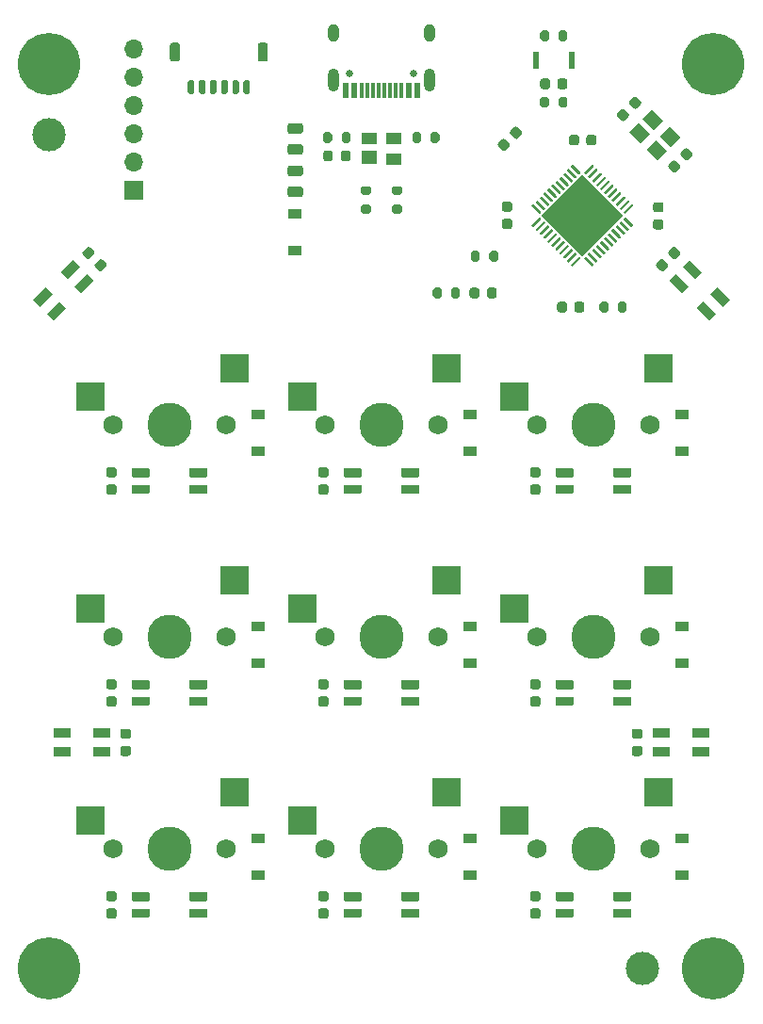
<source format=gbr>
%TF.GenerationSoftware,KiCad,Pcbnew,(5.1.9)-1*%
%TF.CreationDate,2021-04-22T22:31:28+01:00*%
%TF.ProjectId,ai03-macropad-pcb,61693033-2d6d-4616-9372-6f7061642d70,rev?*%
%TF.SameCoordinates,Original*%
%TF.FileFunction,Soldermask,Bot*%
%TF.FilePolarity,Negative*%
%FSLAX46Y46*%
G04 Gerber Fmt 4.6, Leading zero omitted, Abs format (unit mm)*
G04 Created by KiCad (PCBNEW (5.1.9)-1) date 2021-04-22 22:31:28*
%MOMM*%
%LPD*%
G01*
G04 APERTURE LIST*
%ADD10R,2.550000X2.500000*%
%ADD11C,1.750000*%
%ADD12C,3.987800*%
%ADD13C,0.100000*%
%ADD14R,1.600000X0.850000*%
%ADD15C,5.600000*%
%ADD16C,3.000000*%
%ADD17R,0.550000X1.500000*%
%ADD18R,1.700000X1.700000*%
%ADD19O,1.700000X1.700000*%
%ADD20R,1.200000X0.900000*%
%ADD21R,1.400000X1.000000*%
%ADD22R,1.400000X1.200000*%
%ADD23R,0.600000X1.450000*%
%ADD24R,0.300000X1.450000*%
%ADD25C,0.650000*%
%ADD26O,1.000000X2.100000*%
%ADD27O,1.000000X1.600000*%
G04 APERTURE END LIST*
D10*
%TO.C,MX2*%
X53440000Y-150495000D03*
X40540000Y-153035000D03*
D11*
X52705000Y-155575000D03*
X42545000Y-155575000D03*
D12*
X47625000Y-155575000D03*
%TD*%
D13*
%TO.C,U1*%
G36*
X81063795Y-117760750D02*
G01*
X84740750Y-114083795D01*
X88417705Y-117760750D01*
X84740750Y-121437705D01*
X81063795Y-117760750D01*
G37*
G36*
G01*
X80188750Y-118600440D02*
X80860502Y-117928688D01*
G75*
G02*
X80948890Y-117928688I44194J-44194D01*
G01*
X81037278Y-118017076D01*
G75*
G02*
X81037278Y-118105464I-44194J-44194D01*
G01*
X80365526Y-118777216D01*
G75*
G02*
X80277138Y-118777216I-44194J44194D01*
G01*
X80188750Y-118688828D01*
G75*
G02*
X80188750Y-118600440I44194J44194D01*
G01*
G37*
G36*
G01*
X80542304Y-118953993D02*
X81214056Y-118282241D01*
G75*
G02*
X81302444Y-118282241I44194J-44194D01*
G01*
X81390832Y-118370629D01*
G75*
G02*
X81390832Y-118459017I-44194J-44194D01*
G01*
X80719080Y-119130769D01*
G75*
G02*
X80630692Y-119130769I-44194J44194D01*
G01*
X80542304Y-119042381D01*
G75*
G02*
X80542304Y-118953993I44194J44194D01*
G01*
G37*
G36*
G01*
X80895857Y-119307547D02*
X81567609Y-118635795D01*
G75*
G02*
X81655997Y-118635795I44194J-44194D01*
G01*
X81744385Y-118724183D01*
G75*
G02*
X81744385Y-118812571I-44194J-44194D01*
G01*
X81072633Y-119484323D01*
G75*
G02*
X80984245Y-119484323I-44194J44194D01*
G01*
X80895857Y-119395935D01*
G75*
G02*
X80895857Y-119307547I44194J44194D01*
G01*
G37*
G36*
G01*
X81249410Y-119661100D02*
X81921162Y-118989348D01*
G75*
G02*
X82009550Y-118989348I44194J-44194D01*
G01*
X82097938Y-119077736D01*
G75*
G02*
X82097938Y-119166124I-44194J-44194D01*
G01*
X81426186Y-119837876D01*
G75*
G02*
X81337798Y-119837876I-44194J44194D01*
G01*
X81249410Y-119749488D01*
G75*
G02*
X81249410Y-119661100I44194J44194D01*
G01*
G37*
G36*
G01*
X81602964Y-120014653D02*
X82274716Y-119342901D01*
G75*
G02*
X82363104Y-119342901I44194J-44194D01*
G01*
X82451492Y-119431289D01*
G75*
G02*
X82451492Y-119519677I-44194J-44194D01*
G01*
X81779740Y-120191429D01*
G75*
G02*
X81691352Y-120191429I-44194J44194D01*
G01*
X81602964Y-120103041D01*
G75*
G02*
X81602964Y-120014653I44194J44194D01*
G01*
G37*
G36*
G01*
X81956517Y-120368207D02*
X82628269Y-119696455D01*
G75*
G02*
X82716657Y-119696455I44194J-44194D01*
G01*
X82805045Y-119784843D01*
G75*
G02*
X82805045Y-119873231I-44194J-44194D01*
G01*
X82133293Y-120544983D01*
G75*
G02*
X82044905Y-120544983I-44194J44194D01*
G01*
X81956517Y-120456595D01*
G75*
G02*
X81956517Y-120368207I44194J44194D01*
G01*
G37*
G36*
G01*
X82310071Y-120721760D02*
X82981823Y-120050008D01*
G75*
G02*
X83070211Y-120050008I44194J-44194D01*
G01*
X83158599Y-120138396D01*
G75*
G02*
X83158599Y-120226784I-44194J-44194D01*
G01*
X82486847Y-120898536D01*
G75*
G02*
X82398459Y-120898536I-44194J44194D01*
G01*
X82310071Y-120810148D01*
G75*
G02*
X82310071Y-120721760I44194J44194D01*
G01*
G37*
G36*
G01*
X82663624Y-121075314D02*
X83335376Y-120403562D01*
G75*
G02*
X83423764Y-120403562I44194J-44194D01*
G01*
X83512152Y-120491950D01*
G75*
G02*
X83512152Y-120580338I-44194J-44194D01*
G01*
X82840400Y-121252090D01*
G75*
G02*
X82752012Y-121252090I-44194J44194D01*
G01*
X82663624Y-121163702D01*
G75*
G02*
X82663624Y-121075314I44194J44194D01*
G01*
G37*
G36*
G01*
X83017177Y-121428867D02*
X83688929Y-120757115D01*
G75*
G02*
X83777317Y-120757115I44194J-44194D01*
G01*
X83865705Y-120845503D01*
G75*
G02*
X83865705Y-120933891I-44194J-44194D01*
G01*
X83193953Y-121605643D01*
G75*
G02*
X83105565Y-121605643I-44194J44194D01*
G01*
X83017177Y-121517255D01*
G75*
G02*
X83017177Y-121428867I44194J44194D01*
G01*
G37*
G36*
G01*
X83370731Y-121782420D02*
X84042483Y-121110668D01*
G75*
G02*
X84130871Y-121110668I44194J-44194D01*
G01*
X84219259Y-121199056D01*
G75*
G02*
X84219259Y-121287444I-44194J-44194D01*
G01*
X83547507Y-121959196D01*
G75*
G02*
X83459119Y-121959196I-44194J44194D01*
G01*
X83370731Y-121870808D01*
G75*
G02*
X83370731Y-121782420I44194J44194D01*
G01*
G37*
G36*
G01*
X83724284Y-122135974D02*
X84396036Y-121464222D01*
G75*
G02*
X84484424Y-121464222I44194J-44194D01*
G01*
X84572812Y-121552610D01*
G75*
G02*
X84572812Y-121640998I-44194J-44194D01*
G01*
X83901060Y-122312750D01*
G75*
G02*
X83812672Y-122312750I-44194J44194D01*
G01*
X83724284Y-122224362D01*
G75*
G02*
X83724284Y-122135974I44194J44194D01*
G01*
G37*
G36*
G01*
X84908688Y-121552610D02*
X84997076Y-121464222D01*
G75*
G02*
X85085464Y-121464222I44194J-44194D01*
G01*
X85757216Y-122135974D01*
G75*
G02*
X85757216Y-122224362I-44194J-44194D01*
G01*
X85668828Y-122312750D01*
G75*
G02*
X85580440Y-122312750I-44194J44194D01*
G01*
X84908688Y-121640998D01*
G75*
G02*
X84908688Y-121552610I44194J44194D01*
G01*
G37*
G36*
G01*
X85262241Y-121199056D02*
X85350629Y-121110668D01*
G75*
G02*
X85439017Y-121110668I44194J-44194D01*
G01*
X86110769Y-121782420D01*
G75*
G02*
X86110769Y-121870808I-44194J-44194D01*
G01*
X86022381Y-121959196D01*
G75*
G02*
X85933993Y-121959196I-44194J44194D01*
G01*
X85262241Y-121287444D01*
G75*
G02*
X85262241Y-121199056I44194J44194D01*
G01*
G37*
G36*
G01*
X85615795Y-120845503D02*
X85704183Y-120757115D01*
G75*
G02*
X85792571Y-120757115I44194J-44194D01*
G01*
X86464323Y-121428867D01*
G75*
G02*
X86464323Y-121517255I-44194J-44194D01*
G01*
X86375935Y-121605643D01*
G75*
G02*
X86287547Y-121605643I-44194J44194D01*
G01*
X85615795Y-120933891D01*
G75*
G02*
X85615795Y-120845503I44194J44194D01*
G01*
G37*
G36*
G01*
X85969348Y-120491950D02*
X86057736Y-120403562D01*
G75*
G02*
X86146124Y-120403562I44194J-44194D01*
G01*
X86817876Y-121075314D01*
G75*
G02*
X86817876Y-121163702I-44194J-44194D01*
G01*
X86729488Y-121252090D01*
G75*
G02*
X86641100Y-121252090I-44194J44194D01*
G01*
X85969348Y-120580338D01*
G75*
G02*
X85969348Y-120491950I44194J44194D01*
G01*
G37*
G36*
G01*
X86322901Y-120138396D02*
X86411289Y-120050008D01*
G75*
G02*
X86499677Y-120050008I44194J-44194D01*
G01*
X87171429Y-120721760D01*
G75*
G02*
X87171429Y-120810148I-44194J-44194D01*
G01*
X87083041Y-120898536D01*
G75*
G02*
X86994653Y-120898536I-44194J44194D01*
G01*
X86322901Y-120226784D01*
G75*
G02*
X86322901Y-120138396I44194J44194D01*
G01*
G37*
G36*
G01*
X86676455Y-119784843D02*
X86764843Y-119696455D01*
G75*
G02*
X86853231Y-119696455I44194J-44194D01*
G01*
X87524983Y-120368207D01*
G75*
G02*
X87524983Y-120456595I-44194J-44194D01*
G01*
X87436595Y-120544983D01*
G75*
G02*
X87348207Y-120544983I-44194J44194D01*
G01*
X86676455Y-119873231D01*
G75*
G02*
X86676455Y-119784843I44194J44194D01*
G01*
G37*
G36*
G01*
X87030008Y-119431289D02*
X87118396Y-119342901D01*
G75*
G02*
X87206784Y-119342901I44194J-44194D01*
G01*
X87878536Y-120014653D01*
G75*
G02*
X87878536Y-120103041I-44194J-44194D01*
G01*
X87790148Y-120191429D01*
G75*
G02*
X87701760Y-120191429I-44194J44194D01*
G01*
X87030008Y-119519677D01*
G75*
G02*
X87030008Y-119431289I44194J44194D01*
G01*
G37*
G36*
G01*
X87383562Y-119077736D02*
X87471950Y-118989348D01*
G75*
G02*
X87560338Y-118989348I44194J-44194D01*
G01*
X88232090Y-119661100D01*
G75*
G02*
X88232090Y-119749488I-44194J-44194D01*
G01*
X88143702Y-119837876D01*
G75*
G02*
X88055314Y-119837876I-44194J44194D01*
G01*
X87383562Y-119166124D01*
G75*
G02*
X87383562Y-119077736I44194J44194D01*
G01*
G37*
G36*
G01*
X87737115Y-118724183D02*
X87825503Y-118635795D01*
G75*
G02*
X87913891Y-118635795I44194J-44194D01*
G01*
X88585643Y-119307547D01*
G75*
G02*
X88585643Y-119395935I-44194J-44194D01*
G01*
X88497255Y-119484323D01*
G75*
G02*
X88408867Y-119484323I-44194J44194D01*
G01*
X87737115Y-118812571D01*
G75*
G02*
X87737115Y-118724183I44194J44194D01*
G01*
G37*
G36*
G01*
X88090668Y-118370629D02*
X88179056Y-118282241D01*
G75*
G02*
X88267444Y-118282241I44194J-44194D01*
G01*
X88939196Y-118953993D01*
G75*
G02*
X88939196Y-119042381I-44194J-44194D01*
G01*
X88850808Y-119130769D01*
G75*
G02*
X88762420Y-119130769I-44194J44194D01*
G01*
X88090668Y-118459017D01*
G75*
G02*
X88090668Y-118370629I44194J44194D01*
G01*
G37*
G36*
G01*
X88444222Y-118017076D02*
X88532610Y-117928688D01*
G75*
G02*
X88620998Y-117928688I44194J-44194D01*
G01*
X89292750Y-118600440D01*
G75*
G02*
X89292750Y-118688828I-44194J-44194D01*
G01*
X89204362Y-118777216D01*
G75*
G02*
X89115974Y-118777216I-44194J44194D01*
G01*
X88444222Y-118105464D01*
G75*
G02*
X88444222Y-118017076I44194J44194D01*
G01*
G37*
G36*
G01*
X88444222Y-117416036D02*
X89115974Y-116744284D01*
G75*
G02*
X89204362Y-116744284I44194J-44194D01*
G01*
X89292750Y-116832672D01*
G75*
G02*
X89292750Y-116921060I-44194J-44194D01*
G01*
X88620998Y-117592812D01*
G75*
G02*
X88532610Y-117592812I-44194J44194D01*
G01*
X88444222Y-117504424D01*
G75*
G02*
X88444222Y-117416036I44194J44194D01*
G01*
G37*
G36*
G01*
X88090668Y-117062483D02*
X88762420Y-116390731D01*
G75*
G02*
X88850808Y-116390731I44194J-44194D01*
G01*
X88939196Y-116479119D01*
G75*
G02*
X88939196Y-116567507I-44194J-44194D01*
G01*
X88267444Y-117239259D01*
G75*
G02*
X88179056Y-117239259I-44194J44194D01*
G01*
X88090668Y-117150871D01*
G75*
G02*
X88090668Y-117062483I44194J44194D01*
G01*
G37*
G36*
G01*
X87737115Y-116708929D02*
X88408867Y-116037177D01*
G75*
G02*
X88497255Y-116037177I44194J-44194D01*
G01*
X88585643Y-116125565D01*
G75*
G02*
X88585643Y-116213953I-44194J-44194D01*
G01*
X87913891Y-116885705D01*
G75*
G02*
X87825503Y-116885705I-44194J44194D01*
G01*
X87737115Y-116797317D01*
G75*
G02*
X87737115Y-116708929I44194J44194D01*
G01*
G37*
G36*
G01*
X87383562Y-116355376D02*
X88055314Y-115683624D01*
G75*
G02*
X88143702Y-115683624I44194J-44194D01*
G01*
X88232090Y-115772012D01*
G75*
G02*
X88232090Y-115860400I-44194J-44194D01*
G01*
X87560338Y-116532152D01*
G75*
G02*
X87471950Y-116532152I-44194J44194D01*
G01*
X87383562Y-116443764D01*
G75*
G02*
X87383562Y-116355376I44194J44194D01*
G01*
G37*
G36*
G01*
X87030008Y-116001823D02*
X87701760Y-115330071D01*
G75*
G02*
X87790148Y-115330071I44194J-44194D01*
G01*
X87878536Y-115418459D01*
G75*
G02*
X87878536Y-115506847I-44194J-44194D01*
G01*
X87206784Y-116178599D01*
G75*
G02*
X87118396Y-116178599I-44194J44194D01*
G01*
X87030008Y-116090211D01*
G75*
G02*
X87030008Y-116001823I44194J44194D01*
G01*
G37*
G36*
G01*
X86676455Y-115648269D02*
X87348207Y-114976517D01*
G75*
G02*
X87436595Y-114976517I44194J-44194D01*
G01*
X87524983Y-115064905D01*
G75*
G02*
X87524983Y-115153293I-44194J-44194D01*
G01*
X86853231Y-115825045D01*
G75*
G02*
X86764843Y-115825045I-44194J44194D01*
G01*
X86676455Y-115736657D01*
G75*
G02*
X86676455Y-115648269I44194J44194D01*
G01*
G37*
G36*
G01*
X86322901Y-115294716D02*
X86994653Y-114622964D01*
G75*
G02*
X87083041Y-114622964I44194J-44194D01*
G01*
X87171429Y-114711352D01*
G75*
G02*
X87171429Y-114799740I-44194J-44194D01*
G01*
X86499677Y-115471492D01*
G75*
G02*
X86411289Y-115471492I-44194J44194D01*
G01*
X86322901Y-115383104D01*
G75*
G02*
X86322901Y-115294716I44194J44194D01*
G01*
G37*
G36*
G01*
X85969348Y-114941162D02*
X86641100Y-114269410D01*
G75*
G02*
X86729488Y-114269410I44194J-44194D01*
G01*
X86817876Y-114357798D01*
G75*
G02*
X86817876Y-114446186I-44194J-44194D01*
G01*
X86146124Y-115117938D01*
G75*
G02*
X86057736Y-115117938I-44194J44194D01*
G01*
X85969348Y-115029550D01*
G75*
G02*
X85969348Y-114941162I44194J44194D01*
G01*
G37*
G36*
G01*
X85615795Y-114587609D02*
X86287547Y-113915857D01*
G75*
G02*
X86375935Y-113915857I44194J-44194D01*
G01*
X86464323Y-114004245D01*
G75*
G02*
X86464323Y-114092633I-44194J-44194D01*
G01*
X85792571Y-114764385D01*
G75*
G02*
X85704183Y-114764385I-44194J44194D01*
G01*
X85615795Y-114675997D01*
G75*
G02*
X85615795Y-114587609I44194J44194D01*
G01*
G37*
G36*
G01*
X85262241Y-114234056D02*
X85933993Y-113562304D01*
G75*
G02*
X86022381Y-113562304I44194J-44194D01*
G01*
X86110769Y-113650692D01*
G75*
G02*
X86110769Y-113739080I-44194J-44194D01*
G01*
X85439017Y-114410832D01*
G75*
G02*
X85350629Y-114410832I-44194J44194D01*
G01*
X85262241Y-114322444D01*
G75*
G02*
X85262241Y-114234056I44194J44194D01*
G01*
G37*
G36*
G01*
X84908688Y-113880502D02*
X85580440Y-113208750D01*
G75*
G02*
X85668828Y-113208750I44194J-44194D01*
G01*
X85757216Y-113297138D01*
G75*
G02*
X85757216Y-113385526I-44194J-44194D01*
G01*
X85085464Y-114057278D01*
G75*
G02*
X84997076Y-114057278I-44194J44194D01*
G01*
X84908688Y-113968890D01*
G75*
G02*
X84908688Y-113880502I44194J44194D01*
G01*
G37*
G36*
G01*
X83724284Y-113297138D02*
X83812672Y-113208750D01*
G75*
G02*
X83901060Y-113208750I44194J-44194D01*
G01*
X84572812Y-113880502D01*
G75*
G02*
X84572812Y-113968890I-44194J-44194D01*
G01*
X84484424Y-114057278D01*
G75*
G02*
X84396036Y-114057278I-44194J44194D01*
G01*
X83724284Y-113385526D01*
G75*
G02*
X83724284Y-113297138I44194J44194D01*
G01*
G37*
G36*
G01*
X83370731Y-113650692D02*
X83459119Y-113562304D01*
G75*
G02*
X83547507Y-113562304I44194J-44194D01*
G01*
X84219259Y-114234056D01*
G75*
G02*
X84219259Y-114322444I-44194J-44194D01*
G01*
X84130871Y-114410832D01*
G75*
G02*
X84042483Y-114410832I-44194J44194D01*
G01*
X83370731Y-113739080D01*
G75*
G02*
X83370731Y-113650692I44194J44194D01*
G01*
G37*
G36*
G01*
X83017177Y-114004245D02*
X83105565Y-113915857D01*
G75*
G02*
X83193953Y-113915857I44194J-44194D01*
G01*
X83865705Y-114587609D01*
G75*
G02*
X83865705Y-114675997I-44194J-44194D01*
G01*
X83777317Y-114764385D01*
G75*
G02*
X83688929Y-114764385I-44194J44194D01*
G01*
X83017177Y-114092633D01*
G75*
G02*
X83017177Y-114004245I44194J44194D01*
G01*
G37*
G36*
G01*
X82663624Y-114357798D02*
X82752012Y-114269410D01*
G75*
G02*
X82840400Y-114269410I44194J-44194D01*
G01*
X83512152Y-114941162D01*
G75*
G02*
X83512152Y-115029550I-44194J-44194D01*
G01*
X83423764Y-115117938D01*
G75*
G02*
X83335376Y-115117938I-44194J44194D01*
G01*
X82663624Y-114446186D01*
G75*
G02*
X82663624Y-114357798I44194J44194D01*
G01*
G37*
G36*
G01*
X82310071Y-114711352D02*
X82398459Y-114622964D01*
G75*
G02*
X82486847Y-114622964I44194J-44194D01*
G01*
X83158599Y-115294716D01*
G75*
G02*
X83158599Y-115383104I-44194J-44194D01*
G01*
X83070211Y-115471492D01*
G75*
G02*
X82981823Y-115471492I-44194J44194D01*
G01*
X82310071Y-114799740D01*
G75*
G02*
X82310071Y-114711352I44194J44194D01*
G01*
G37*
G36*
G01*
X81956517Y-115064905D02*
X82044905Y-114976517D01*
G75*
G02*
X82133293Y-114976517I44194J-44194D01*
G01*
X82805045Y-115648269D01*
G75*
G02*
X82805045Y-115736657I-44194J-44194D01*
G01*
X82716657Y-115825045D01*
G75*
G02*
X82628269Y-115825045I-44194J44194D01*
G01*
X81956517Y-115153293D01*
G75*
G02*
X81956517Y-115064905I44194J44194D01*
G01*
G37*
G36*
G01*
X81602964Y-115418459D02*
X81691352Y-115330071D01*
G75*
G02*
X81779740Y-115330071I44194J-44194D01*
G01*
X82451492Y-116001823D01*
G75*
G02*
X82451492Y-116090211I-44194J-44194D01*
G01*
X82363104Y-116178599D01*
G75*
G02*
X82274716Y-116178599I-44194J44194D01*
G01*
X81602964Y-115506847D01*
G75*
G02*
X81602964Y-115418459I44194J44194D01*
G01*
G37*
G36*
G01*
X81249410Y-115772012D02*
X81337798Y-115683624D01*
G75*
G02*
X81426186Y-115683624I44194J-44194D01*
G01*
X82097938Y-116355376D01*
G75*
G02*
X82097938Y-116443764I-44194J-44194D01*
G01*
X82009550Y-116532152D01*
G75*
G02*
X81921162Y-116532152I-44194J44194D01*
G01*
X81249410Y-115860400D01*
G75*
G02*
X81249410Y-115772012I44194J44194D01*
G01*
G37*
G36*
G01*
X80895857Y-116125565D02*
X80984245Y-116037177D01*
G75*
G02*
X81072633Y-116037177I44194J-44194D01*
G01*
X81744385Y-116708929D01*
G75*
G02*
X81744385Y-116797317I-44194J-44194D01*
G01*
X81655997Y-116885705D01*
G75*
G02*
X81567609Y-116885705I-44194J44194D01*
G01*
X80895857Y-116213953D01*
G75*
G02*
X80895857Y-116125565I44194J44194D01*
G01*
G37*
G36*
G01*
X80542304Y-116479119D02*
X80630692Y-116390731D01*
G75*
G02*
X80719080Y-116390731I44194J-44194D01*
G01*
X81390832Y-117062483D01*
G75*
G02*
X81390832Y-117150871I-44194J-44194D01*
G01*
X81302444Y-117239259D01*
G75*
G02*
X81214056Y-117239259I-44194J44194D01*
G01*
X80542304Y-116567507D01*
G75*
G02*
X80542304Y-116479119I44194J44194D01*
G01*
G37*
G36*
G01*
X80188750Y-116832672D02*
X80277138Y-116744284D01*
G75*
G02*
X80365526Y-116744284I44194J-44194D01*
G01*
X81037278Y-117416036D01*
G75*
G02*
X81037278Y-117504424I-44194J-44194D01*
G01*
X80948890Y-117592812D01*
G75*
G02*
X80860502Y-117592812I-44194J44194D01*
G01*
X80188750Y-116921060D01*
G75*
G02*
X80188750Y-116832672I44194J44194D01*
G01*
G37*
%TD*%
D14*
%TO.C,D24*%
X91849000Y-165975000D03*
X91849000Y-164225000D03*
X95349000Y-165975000D03*
X95349000Y-164225000D03*
%TD*%
D13*
%TO.C,D23*%
G36*
X92527639Y-123576117D02*
G01*
X93128680Y-122975076D01*
X94260051Y-124106447D01*
X93659010Y-124707488D01*
X92527639Y-123576117D01*
G37*
G36*
X93765076Y-122338680D02*
G01*
X94366117Y-121737639D01*
X95497488Y-122869010D01*
X94896447Y-123470051D01*
X93765076Y-122338680D01*
G37*
G36*
X95002512Y-126050990D02*
G01*
X95603553Y-125449949D01*
X96734924Y-126581320D01*
X96133883Y-127182361D01*
X95002512Y-126050990D01*
G37*
G36*
X96239949Y-124813553D02*
G01*
X96840990Y-124212512D01*
X97972361Y-125343883D01*
X97371320Y-125944924D01*
X96239949Y-124813553D01*
G37*
%TD*%
%TO.C,D21*%
G36*
X38983883Y-121737639D02*
G01*
X39584924Y-122338680D01*
X38453553Y-123470051D01*
X37852512Y-122869010D01*
X38983883Y-121737639D01*
G37*
G36*
X40221320Y-122975076D02*
G01*
X40822361Y-123576117D01*
X39690990Y-124707488D01*
X39089949Y-124106447D01*
X40221320Y-122975076D01*
G37*
G36*
X36509010Y-124212512D02*
G01*
X37110051Y-124813553D01*
X35978680Y-125944924D01*
X35377639Y-125343883D01*
X36509010Y-124212512D01*
G37*
G36*
X37746447Y-125449949D02*
G01*
X38347488Y-126050990D01*
X37216117Y-127182361D01*
X36615076Y-126581320D01*
X37746447Y-125449949D01*
G37*
%TD*%
D14*
%TO.C,D22*%
X41501000Y-164225000D03*
X41501000Y-165975000D03*
X38001000Y-164225000D03*
X38001000Y-165975000D03*
%TD*%
D10*
%TO.C,MX1*%
X53440000Y-131445000D03*
X40540000Y-133985000D03*
D11*
X52705000Y-136525000D03*
X42545000Y-136525000D03*
D12*
X47625000Y-136525000D03*
%TD*%
D10*
%TO.C,MX9*%
X91540000Y-169545000D03*
X78640000Y-172085000D03*
D11*
X90805000Y-174625000D03*
X80645000Y-174625000D03*
D12*
X85725000Y-174625000D03*
%TD*%
D10*
%TO.C,MX6*%
X72490000Y-169545000D03*
X59590000Y-172085000D03*
D11*
X71755000Y-174625000D03*
X61595000Y-174625000D03*
D12*
X66675000Y-174625000D03*
%TD*%
D10*
%TO.C,MX8*%
X91540000Y-150495000D03*
X78640000Y-153035000D03*
D11*
X90805000Y-155575000D03*
X80645000Y-155575000D03*
D12*
X85725000Y-155575000D03*
%TD*%
D10*
%TO.C,MX4*%
X72490000Y-131445000D03*
X59590000Y-133985000D03*
D11*
X71755000Y-136525000D03*
X61595000Y-136525000D03*
D12*
X66675000Y-136525000D03*
%TD*%
D10*
%TO.C,MX7*%
X91540000Y-131445000D03*
X78640000Y-133985000D03*
D11*
X90805000Y-136525000D03*
X80645000Y-136525000D03*
D12*
X85725000Y-136525000D03*
%TD*%
D10*
%TO.C,MX5*%
X72490000Y-150495000D03*
X59590000Y-153035000D03*
D11*
X71755000Y-155575000D03*
X61595000Y-155575000D03*
D12*
X66675000Y-155575000D03*
%TD*%
D10*
%TO.C,MX3*%
X53440000Y-169545000D03*
X40540000Y-172085000D03*
D11*
X52705000Y-174625000D03*
X42545000Y-174625000D03*
D12*
X47625000Y-174625000D03*
%TD*%
D15*
%TO.C,H4*%
X96520000Y-185420000D03*
%TD*%
%TO.C,H3*%
X96520000Y-104140000D03*
%TD*%
%TO.C,H2*%
X36830000Y-185420000D03*
%TD*%
%TO.C,H1*%
X36830000Y-104140000D03*
%TD*%
D16*
%TO.C,REF\u002A\u002A*%
X90170000Y-185420000D03*
%TD*%
%TO.C,REF\u002A\u002A*%
X36830000Y-110490000D03*
%TD*%
%TO.C,C14*%
G36*
G01*
X82494000Y-106168000D02*
X82494000Y-105668000D01*
G75*
G02*
X82719000Y-105443000I225000J0D01*
G01*
X83169000Y-105443000D01*
G75*
G02*
X83394000Y-105668000I0J-225000D01*
G01*
X83394000Y-106168000D01*
G75*
G02*
X83169000Y-106393000I-225000J0D01*
G01*
X82719000Y-106393000D01*
G75*
G02*
X82494000Y-106168000I0J225000D01*
G01*
G37*
G36*
G01*
X80944000Y-106168000D02*
X80944000Y-105668000D01*
G75*
G02*
X81169000Y-105443000I225000J0D01*
G01*
X81619000Y-105443000D01*
G75*
G02*
X81844000Y-105668000I0J-225000D01*
G01*
X81844000Y-106168000D01*
G75*
G02*
X81619000Y-106393000I-225000J0D01*
G01*
X81169000Y-106393000D01*
G75*
G02*
X80944000Y-106168000I0J225000D01*
G01*
G37*
%TD*%
D17*
%TO.C,SW1*%
X80544000Y-103759000D03*
X83794000Y-103759000D03*
%TD*%
D18*
%TO.C,J2*%
X44450000Y-115443000D03*
D19*
X44450000Y-112903000D03*
X44450000Y-110363000D03*
X44450000Y-107823000D03*
X44450000Y-105283000D03*
X44450000Y-102743000D03*
%TD*%
%TO.C,D25*%
G36*
G01*
X76169000Y-124970250D02*
X76169000Y-124457750D01*
G75*
G02*
X76387750Y-124239000I218750J0D01*
G01*
X76825250Y-124239000D01*
G75*
G02*
X77044000Y-124457750I0J-218750D01*
G01*
X77044000Y-124970250D01*
G75*
G02*
X76825250Y-125189000I-218750J0D01*
G01*
X76387750Y-125189000D01*
G75*
G02*
X76169000Y-124970250I0J218750D01*
G01*
G37*
G36*
G01*
X74594000Y-124970250D02*
X74594000Y-124457750D01*
G75*
G02*
X74812750Y-124239000I218750J0D01*
G01*
X75250250Y-124239000D01*
G75*
G02*
X75469000Y-124457750I0J-218750D01*
G01*
X75469000Y-124970250D01*
G75*
G02*
X75250250Y-125189000I-218750J0D01*
G01*
X74812750Y-125189000D01*
G75*
G02*
X74594000Y-124970250I0J218750D01*
G01*
G37*
%TD*%
%TO.C,R9*%
G36*
G01*
X72942000Y-124989000D02*
X72942000Y-124439000D01*
G75*
G02*
X73142000Y-124239000I200000J0D01*
G01*
X73542000Y-124239000D01*
G75*
G02*
X73742000Y-124439000I0J-200000D01*
G01*
X73742000Y-124989000D01*
G75*
G02*
X73542000Y-125189000I-200000J0D01*
G01*
X73142000Y-125189000D01*
G75*
G02*
X72942000Y-124989000I0J200000D01*
G01*
G37*
G36*
G01*
X71292000Y-124989000D02*
X71292000Y-124439000D01*
G75*
G02*
X71492000Y-124239000I200000J0D01*
G01*
X71892000Y-124239000D01*
G75*
G02*
X72092000Y-124439000I0J-200000D01*
G01*
X72092000Y-124989000D01*
G75*
G02*
X71892000Y-125189000I-200000J0D01*
G01*
X71492000Y-125189000D01*
G75*
G02*
X71292000Y-124989000I0J200000D01*
G01*
G37*
%TD*%
D20*
%TO.C,D4*%
X58928000Y-117603000D03*
X58928000Y-120903000D03*
%TD*%
%TO.C,C10*%
G36*
G01*
X40947033Y-122072587D02*
X41300587Y-121719033D01*
G75*
G02*
X41618785Y-121719033I159099J-159099D01*
G01*
X41936983Y-122037231D01*
G75*
G02*
X41936983Y-122355429I-159099J-159099D01*
G01*
X41583429Y-122708983D01*
G75*
G02*
X41265231Y-122708983I-159099J159099D01*
G01*
X40947033Y-122390785D01*
G75*
G02*
X40947033Y-122072587I159099J159099D01*
G01*
G37*
G36*
G01*
X39851017Y-120976571D02*
X40204571Y-120623017D01*
G75*
G02*
X40522769Y-120623017I159099J-159099D01*
G01*
X40840967Y-120941215D01*
G75*
G02*
X40840967Y-121259413I-159099J-159099D01*
G01*
X40487413Y-121612967D01*
G75*
G02*
X40169215Y-121612967I-159099J159099D01*
G01*
X39851017Y-121294769D01*
G75*
G02*
X39851017Y-120976571I159099J159099D01*
G01*
G37*
%TD*%
%TO.C,C21*%
G36*
G01*
X84018000Y-126234000D02*
X84018000Y-125734000D01*
G75*
G02*
X84243000Y-125509000I225000J0D01*
G01*
X84693000Y-125509000D01*
G75*
G02*
X84918000Y-125734000I0J-225000D01*
G01*
X84918000Y-126234000D01*
G75*
G02*
X84693000Y-126459000I-225000J0D01*
G01*
X84243000Y-126459000D01*
G75*
G02*
X84018000Y-126234000I0J225000D01*
G01*
G37*
G36*
G01*
X82468000Y-126234000D02*
X82468000Y-125734000D01*
G75*
G02*
X82693000Y-125509000I225000J0D01*
G01*
X83143000Y-125509000D01*
G75*
G02*
X83368000Y-125734000I0J-225000D01*
G01*
X83368000Y-126234000D01*
G75*
G02*
X83143000Y-126459000I-225000J0D01*
G01*
X82693000Y-126459000D01*
G75*
G02*
X82468000Y-126234000I0J225000D01*
G01*
G37*
%TD*%
%TO.C,R7*%
G36*
G01*
X87928000Y-126259000D02*
X87928000Y-125709000D01*
G75*
G02*
X88128000Y-125509000I200000J0D01*
G01*
X88528000Y-125509000D01*
G75*
G02*
X88728000Y-125709000I0J-200000D01*
G01*
X88728000Y-126259000D01*
G75*
G02*
X88528000Y-126459000I-200000J0D01*
G01*
X88128000Y-126459000D01*
G75*
G02*
X87928000Y-126259000I0J200000D01*
G01*
G37*
G36*
G01*
X86278000Y-126259000D02*
X86278000Y-125709000D01*
G75*
G02*
X86478000Y-125509000I200000J0D01*
G01*
X86878000Y-125509000D01*
G75*
G02*
X87078000Y-125709000I0J-200000D01*
G01*
X87078000Y-126259000D01*
G75*
G02*
X86878000Y-126459000I-200000J0D01*
G01*
X86478000Y-126459000D01*
G75*
G02*
X86278000Y-126259000I0J200000D01*
G01*
G37*
%TD*%
%TO.C,C15*%
G36*
G01*
X91817000Y-117448750D02*
X91317000Y-117448750D01*
G75*
G02*
X91092000Y-117223750I0J225000D01*
G01*
X91092000Y-116773750D01*
G75*
G02*
X91317000Y-116548750I225000J0D01*
G01*
X91817000Y-116548750D01*
G75*
G02*
X92042000Y-116773750I0J-225000D01*
G01*
X92042000Y-117223750D01*
G75*
G02*
X91817000Y-117448750I-225000J0D01*
G01*
G37*
G36*
G01*
X91817000Y-118998750D02*
X91317000Y-118998750D01*
G75*
G02*
X91092000Y-118773750I0J225000D01*
G01*
X91092000Y-118323750D01*
G75*
G02*
X91317000Y-118098750I225000J0D01*
G01*
X91817000Y-118098750D01*
G75*
G02*
X92042000Y-118323750I0J-225000D01*
G01*
X92042000Y-118773750D01*
G75*
G02*
X91817000Y-118998750I-225000J0D01*
G01*
G37*
%TD*%
%TO.C,J1*%
G36*
G01*
X55570000Y-103696000D02*
X55570000Y-102446000D01*
G75*
G02*
X55795000Y-102221000I225000J0D01*
G01*
X56245000Y-102221000D01*
G75*
G02*
X56470000Y-102446000I0J-225000D01*
G01*
X56470000Y-103696000D01*
G75*
G02*
X56245000Y-103921000I-225000J0D01*
G01*
X55795000Y-103921000D01*
G75*
G02*
X55570000Y-103696000I0J225000D01*
G01*
G37*
G36*
G01*
X47670000Y-103696000D02*
X47670000Y-102446000D01*
G75*
G02*
X47895000Y-102221000I225000J0D01*
G01*
X48345000Y-102221000D01*
G75*
G02*
X48570000Y-102446000I0J-225000D01*
G01*
X48570000Y-103696000D01*
G75*
G02*
X48345000Y-103921000I-225000J0D01*
G01*
X47895000Y-103921000D01*
G75*
G02*
X47670000Y-103696000I0J225000D01*
G01*
G37*
G36*
G01*
X54270000Y-106671000D02*
X54270000Y-105721000D01*
G75*
G02*
X54420000Y-105571000I150000J0D01*
G01*
X54720000Y-105571000D01*
G75*
G02*
X54870000Y-105721000I0J-150000D01*
G01*
X54870000Y-106671000D01*
G75*
G02*
X54720000Y-106821000I-150000J0D01*
G01*
X54420000Y-106821000D01*
G75*
G02*
X54270000Y-106671000I0J150000D01*
G01*
G37*
G36*
G01*
X53270000Y-106671000D02*
X53270000Y-105721000D01*
G75*
G02*
X53420000Y-105571000I150000J0D01*
G01*
X53720000Y-105571000D01*
G75*
G02*
X53870000Y-105721000I0J-150000D01*
G01*
X53870000Y-106671000D01*
G75*
G02*
X53720000Y-106821000I-150000J0D01*
G01*
X53420000Y-106821000D01*
G75*
G02*
X53270000Y-106671000I0J150000D01*
G01*
G37*
G36*
G01*
X52270000Y-106671000D02*
X52270000Y-105721000D01*
G75*
G02*
X52420000Y-105571000I150000J0D01*
G01*
X52720000Y-105571000D01*
G75*
G02*
X52870000Y-105721000I0J-150000D01*
G01*
X52870000Y-106671000D01*
G75*
G02*
X52720000Y-106821000I-150000J0D01*
G01*
X52420000Y-106821000D01*
G75*
G02*
X52270000Y-106671000I0J150000D01*
G01*
G37*
G36*
G01*
X51270000Y-106671000D02*
X51270000Y-105721000D01*
G75*
G02*
X51420000Y-105571000I150000J0D01*
G01*
X51720000Y-105571000D01*
G75*
G02*
X51870000Y-105721000I0J-150000D01*
G01*
X51870000Y-106671000D01*
G75*
G02*
X51720000Y-106821000I-150000J0D01*
G01*
X51420000Y-106821000D01*
G75*
G02*
X51270000Y-106671000I0J150000D01*
G01*
G37*
G36*
G01*
X50270000Y-106671000D02*
X50270000Y-105721000D01*
G75*
G02*
X50420000Y-105571000I150000J0D01*
G01*
X50720000Y-105571000D01*
G75*
G02*
X50870000Y-105721000I0J-150000D01*
G01*
X50870000Y-106671000D01*
G75*
G02*
X50720000Y-106821000I-150000J0D01*
G01*
X50420000Y-106821000D01*
G75*
G02*
X50270000Y-106671000I0J150000D01*
G01*
G37*
G36*
G01*
X49270000Y-106671000D02*
X49270000Y-105721000D01*
G75*
G02*
X49420000Y-105571000I150000J0D01*
G01*
X49720000Y-105571000D01*
G75*
G02*
X49870000Y-105721000I0J-150000D01*
G01*
X49870000Y-106671000D01*
G75*
G02*
X49720000Y-106821000I-150000J0D01*
G01*
X49420000Y-106821000D01*
G75*
G02*
X49270000Y-106671000I0J150000D01*
G01*
G37*
%TD*%
%TO.C,C12*%
G36*
G01*
X92862587Y-121612967D02*
X92509033Y-121259413D01*
G75*
G02*
X92509033Y-120941215I159099J159099D01*
G01*
X92827231Y-120623017D01*
G75*
G02*
X93145429Y-120623017I159099J-159099D01*
G01*
X93498983Y-120976571D01*
G75*
G02*
X93498983Y-121294769I-159099J-159099D01*
G01*
X93180785Y-121612967D01*
G75*
G02*
X92862587Y-121612967I-159099J159099D01*
G01*
G37*
G36*
G01*
X91766571Y-122708983D02*
X91413017Y-122355429D01*
G75*
G02*
X91413017Y-122037231I159099J159099D01*
G01*
X91731215Y-121719033D01*
G75*
G02*
X92049413Y-121719033I159099J-159099D01*
G01*
X92402967Y-122072587D01*
G75*
G02*
X92402967Y-122390785I-159099J-159099D01*
G01*
X92084769Y-122708983D01*
G75*
G02*
X91766571Y-122708983I-159099J159099D01*
G01*
G37*
%TD*%
%TO.C,D8*%
X93662500Y-135668750D03*
X93662500Y-138968750D03*
%TD*%
%TO.C,D11*%
G36*
G01*
X49507000Y-141944999D02*
X50943000Y-141944999D01*
G75*
G02*
X51025000Y-142026999I0J-82000D01*
G01*
X51025000Y-142682999D01*
G75*
G02*
X50943000Y-142764999I-82000J0D01*
G01*
X49507000Y-142764999D01*
G75*
G02*
X49425000Y-142682999I0J82000D01*
G01*
X49425000Y-142026999D01*
G75*
G02*
X49507000Y-141944999I82000J0D01*
G01*
G37*
G36*
G01*
X49507000Y-140444999D02*
X50943000Y-140444999D01*
G75*
G02*
X51025000Y-140526999I0J-82000D01*
G01*
X51025000Y-141182999D01*
G75*
G02*
X50943000Y-141264999I-82000J0D01*
G01*
X49507000Y-141264999D01*
G75*
G02*
X49425000Y-141182999I0J82000D01*
G01*
X49425000Y-140526999D01*
G75*
G02*
X49507000Y-140444999I82000J0D01*
G01*
G37*
G36*
G01*
X44307000Y-141944999D02*
X45743000Y-141944999D01*
G75*
G02*
X45825000Y-142026999I0J-82000D01*
G01*
X45825000Y-142682999D01*
G75*
G02*
X45743000Y-142764999I-82000J0D01*
G01*
X44307000Y-142764999D01*
G75*
G02*
X44225000Y-142682999I0J82000D01*
G01*
X44225000Y-142026999D01*
G75*
G02*
X44307000Y-141944999I82000J0D01*
G01*
G37*
G36*
G01*
X44307000Y-140444999D02*
X45743000Y-140444999D01*
G75*
G02*
X45825000Y-140526999I0J-82000D01*
G01*
X45825000Y-141182999D01*
G75*
G02*
X45743000Y-141264999I-82000J0D01*
G01*
X44307000Y-141264999D01*
G75*
G02*
X44225000Y-141182999I0J82000D01*
G01*
X44225000Y-140526999D01*
G75*
G02*
X44307000Y-140444999I82000J0D01*
G01*
G37*
%TD*%
%TO.C,F1*%
G36*
G01*
X59384250Y-110421000D02*
X58471750Y-110421000D01*
G75*
G02*
X58228000Y-110177250I0J243750D01*
G01*
X58228000Y-109689750D01*
G75*
G02*
X58471750Y-109446000I243750J0D01*
G01*
X59384250Y-109446000D01*
G75*
G02*
X59628000Y-109689750I0J-243750D01*
G01*
X59628000Y-110177250D01*
G75*
G02*
X59384250Y-110421000I-243750J0D01*
G01*
G37*
G36*
G01*
X59384250Y-112296000D02*
X58471750Y-112296000D01*
G75*
G02*
X58228000Y-112052250I0J243750D01*
G01*
X58228000Y-111564750D01*
G75*
G02*
X58471750Y-111321000I243750J0D01*
G01*
X59384250Y-111321000D01*
G75*
G02*
X59628000Y-111564750I0J-243750D01*
G01*
X59628000Y-112052250D01*
G75*
G02*
X59384250Y-112296000I-243750J0D01*
G01*
G37*
%TD*%
D21*
%TO.C,D14*%
X67775000Y-112710000D03*
X67775000Y-110810000D03*
X65575000Y-110810000D03*
D22*
X65575000Y-112530000D03*
%TD*%
D23*
%TO.C,USB1*%
X69900000Y-106469250D03*
X63450000Y-106469250D03*
X69125000Y-106469250D03*
X64225000Y-106469250D03*
D24*
X64925000Y-106469250D03*
X68425000Y-106469250D03*
X65425000Y-106469250D03*
X67925000Y-106469250D03*
X65925000Y-106469250D03*
X67425000Y-106469250D03*
X66925000Y-106469250D03*
X66425000Y-106469250D03*
D25*
X69565000Y-105024250D03*
X63785000Y-105024250D03*
D26*
X62355000Y-105554250D03*
X70995000Y-105554250D03*
D27*
X62355000Y-101374250D03*
X70995000Y-101374250D03*
%TD*%
%TO.C,D15*%
G36*
G01*
X68557000Y-141944999D02*
X69993000Y-141944999D01*
G75*
G02*
X70075000Y-142026999I0J-82000D01*
G01*
X70075000Y-142682999D01*
G75*
G02*
X69993000Y-142764999I-82000J0D01*
G01*
X68557000Y-142764999D01*
G75*
G02*
X68475000Y-142682999I0J82000D01*
G01*
X68475000Y-142026999D01*
G75*
G02*
X68557000Y-141944999I82000J0D01*
G01*
G37*
G36*
G01*
X68557000Y-140444999D02*
X69993000Y-140444999D01*
G75*
G02*
X70075000Y-140526999I0J-82000D01*
G01*
X70075000Y-141182999D01*
G75*
G02*
X69993000Y-141264999I-82000J0D01*
G01*
X68557000Y-141264999D01*
G75*
G02*
X68475000Y-141182999I0J82000D01*
G01*
X68475000Y-140526999D01*
G75*
G02*
X68557000Y-140444999I82000J0D01*
G01*
G37*
G36*
G01*
X63357000Y-141944999D02*
X64793000Y-141944999D01*
G75*
G02*
X64875000Y-142026999I0J-82000D01*
G01*
X64875000Y-142682999D01*
G75*
G02*
X64793000Y-142764999I-82000J0D01*
G01*
X63357000Y-142764999D01*
G75*
G02*
X63275000Y-142682999I0J82000D01*
G01*
X63275000Y-142026999D01*
G75*
G02*
X63357000Y-141944999I82000J0D01*
G01*
G37*
G36*
G01*
X63357000Y-140444999D02*
X64793000Y-140444999D01*
G75*
G02*
X64875000Y-140526999I0J-82000D01*
G01*
X64875000Y-141182999D01*
G75*
G02*
X64793000Y-141264999I-82000J0D01*
G01*
X63357000Y-141264999D01*
G75*
G02*
X63275000Y-141182999I0J82000D01*
G01*
X63275000Y-140526999D01*
G75*
G02*
X63357000Y-140444999I82000J0D01*
G01*
G37*
%TD*%
%TO.C,C7*%
G36*
G01*
X80268000Y-141930000D02*
X80768000Y-141930000D01*
G75*
G02*
X80993000Y-142155000I0J-225000D01*
G01*
X80993000Y-142605000D01*
G75*
G02*
X80768000Y-142830000I-225000J0D01*
G01*
X80268000Y-142830000D01*
G75*
G02*
X80043000Y-142605000I0J225000D01*
G01*
X80043000Y-142155000D01*
G75*
G02*
X80268000Y-141930000I225000J0D01*
G01*
G37*
G36*
G01*
X80268000Y-140380000D02*
X80768000Y-140380000D01*
G75*
G02*
X80993000Y-140605000I0J-225000D01*
G01*
X80993000Y-141055000D01*
G75*
G02*
X80768000Y-141280000I-225000J0D01*
G01*
X80268000Y-141280000D01*
G75*
G02*
X80043000Y-141055000I0J225000D01*
G01*
X80043000Y-140605000D01*
G75*
G02*
X80268000Y-140380000I225000J0D01*
G01*
G37*
%TD*%
%TO.C,C4*%
G36*
G01*
X61218000Y-141930000D02*
X61718000Y-141930000D01*
G75*
G02*
X61943000Y-142155000I0J-225000D01*
G01*
X61943000Y-142605000D01*
G75*
G02*
X61718000Y-142830000I-225000J0D01*
G01*
X61218000Y-142830000D01*
G75*
G02*
X60993000Y-142605000I0J225000D01*
G01*
X60993000Y-142155000D01*
G75*
G02*
X61218000Y-141930000I225000J0D01*
G01*
G37*
G36*
G01*
X61218000Y-140380000D02*
X61718000Y-140380000D01*
G75*
G02*
X61943000Y-140605000I0J-225000D01*
G01*
X61943000Y-141055000D01*
G75*
G02*
X61718000Y-141280000I-225000J0D01*
G01*
X61218000Y-141280000D01*
G75*
G02*
X60993000Y-141055000I0J225000D01*
G01*
X60993000Y-140605000D01*
G75*
G02*
X61218000Y-140380000I225000J0D01*
G01*
G37*
%TD*%
%TO.C,C1*%
G36*
G01*
X42168000Y-141930000D02*
X42668000Y-141930000D01*
G75*
G02*
X42893000Y-142155000I0J-225000D01*
G01*
X42893000Y-142605000D01*
G75*
G02*
X42668000Y-142830000I-225000J0D01*
G01*
X42168000Y-142830000D01*
G75*
G02*
X41943000Y-142605000I0J225000D01*
G01*
X41943000Y-142155000D01*
G75*
G02*
X42168000Y-141930000I225000J0D01*
G01*
G37*
G36*
G01*
X42168000Y-140380000D02*
X42668000Y-140380000D01*
G75*
G02*
X42893000Y-140605000I0J-225000D01*
G01*
X42893000Y-141055000D01*
G75*
G02*
X42668000Y-141280000I-225000J0D01*
G01*
X42168000Y-141280000D01*
G75*
G02*
X41943000Y-141055000I0J225000D01*
G01*
X41943000Y-140605000D01*
G75*
G02*
X42168000Y-140380000I225000J0D01*
G01*
G37*
%TD*%
%TO.C,D19*%
G36*
G01*
X87607000Y-160994999D02*
X89043000Y-160994999D01*
G75*
G02*
X89125000Y-161076999I0J-82000D01*
G01*
X89125000Y-161732999D01*
G75*
G02*
X89043000Y-161814999I-82000J0D01*
G01*
X87607000Y-161814999D01*
G75*
G02*
X87525000Y-161732999I0J82000D01*
G01*
X87525000Y-161076999D01*
G75*
G02*
X87607000Y-160994999I82000J0D01*
G01*
G37*
G36*
G01*
X87607000Y-159494999D02*
X89043000Y-159494999D01*
G75*
G02*
X89125000Y-159576999I0J-82000D01*
G01*
X89125000Y-160232999D01*
G75*
G02*
X89043000Y-160314999I-82000J0D01*
G01*
X87607000Y-160314999D01*
G75*
G02*
X87525000Y-160232999I0J82000D01*
G01*
X87525000Y-159576999D01*
G75*
G02*
X87607000Y-159494999I82000J0D01*
G01*
G37*
G36*
G01*
X82407000Y-160994999D02*
X83843000Y-160994999D01*
G75*
G02*
X83925000Y-161076999I0J-82000D01*
G01*
X83925000Y-161732999D01*
G75*
G02*
X83843000Y-161814999I-82000J0D01*
G01*
X82407000Y-161814999D01*
G75*
G02*
X82325000Y-161732999I0J82000D01*
G01*
X82325000Y-161076999D01*
G75*
G02*
X82407000Y-160994999I82000J0D01*
G01*
G37*
G36*
G01*
X82407000Y-159494999D02*
X83843000Y-159494999D01*
G75*
G02*
X83925000Y-159576999I0J-82000D01*
G01*
X83925000Y-160232999D01*
G75*
G02*
X83843000Y-160314999I-82000J0D01*
G01*
X82407000Y-160314999D01*
G75*
G02*
X82325000Y-160232999I0J82000D01*
G01*
X82325000Y-159576999D01*
G75*
G02*
X82407000Y-159494999I82000J0D01*
G01*
G37*
%TD*%
%TO.C,D16*%
G36*
G01*
X68557000Y-160994999D02*
X69993000Y-160994999D01*
G75*
G02*
X70075000Y-161076999I0J-82000D01*
G01*
X70075000Y-161732999D01*
G75*
G02*
X69993000Y-161814999I-82000J0D01*
G01*
X68557000Y-161814999D01*
G75*
G02*
X68475000Y-161732999I0J82000D01*
G01*
X68475000Y-161076999D01*
G75*
G02*
X68557000Y-160994999I82000J0D01*
G01*
G37*
G36*
G01*
X68557000Y-159494999D02*
X69993000Y-159494999D01*
G75*
G02*
X70075000Y-159576999I0J-82000D01*
G01*
X70075000Y-160232999D01*
G75*
G02*
X69993000Y-160314999I-82000J0D01*
G01*
X68557000Y-160314999D01*
G75*
G02*
X68475000Y-160232999I0J82000D01*
G01*
X68475000Y-159576999D01*
G75*
G02*
X68557000Y-159494999I82000J0D01*
G01*
G37*
G36*
G01*
X63357000Y-160994999D02*
X64793000Y-160994999D01*
G75*
G02*
X64875000Y-161076999I0J-82000D01*
G01*
X64875000Y-161732999D01*
G75*
G02*
X64793000Y-161814999I-82000J0D01*
G01*
X63357000Y-161814999D01*
G75*
G02*
X63275000Y-161732999I0J82000D01*
G01*
X63275000Y-161076999D01*
G75*
G02*
X63357000Y-160994999I82000J0D01*
G01*
G37*
G36*
G01*
X63357000Y-159494999D02*
X64793000Y-159494999D01*
G75*
G02*
X64875000Y-159576999I0J-82000D01*
G01*
X64875000Y-160232999D01*
G75*
G02*
X64793000Y-160314999I-82000J0D01*
G01*
X63357000Y-160314999D01*
G75*
G02*
X63275000Y-160232999I0J82000D01*
G01*
X63275000Y-159576999D01*
G75*
G02*
X63357000Y-159494999I82000J0D01*
G01*
G37*
%TD*%
%TO.C,D12*%
G36*
G01*
X49507000Y-160994999D02*
X50943000Y-160994999D01*
G75*
G02*
X51025000Y-161076999I0J-82000D01*
G01*
X51025000Y-161732999D01*
G75*
G02*
X50943000Y-161814999I-82000J0D01*
G01*
X49507000Y-161814999D01*
G75*
G02*
X49425000Y-161732999I0J82000D01*
G01*
X49425000Y-161076999D01*
G75*
G02*
X49507000Y-160994999I82000J0D01*
G01*
G37*
G36*
G01*
X49507000Y-159494999D02*
X50943000Y-159494999D01*
G75*
G02*
X51025000Y-159576999I0J-82000D01*
G01*
X51025000Y-160232999D01*
G75*
G02*
X50943000Y-160314999I-82000J0D01*
G01*
X49507000Y-160314999D01*
G75*
G02*
X49425000Y-160232999I0J82000D01*
G01*
X49425000Y-159576999D01*
G75*
G02*
X49507000Y-159494999I82000J0D01*
G01*
G37*
G36*
G01*
X44307000Y-160994999D02*
X45743000Y-160994999D01*
G75*
G02*
X45825000Y-161076999I0J-82000D01*
G01*
X45825000Y-161732999D01*
G75*
G02*
X45743000Y-161814999I-82000J0D01*
G01*
X44307000Y-161814999D01*
G75*
G02*
X44225000Y-161732999I0J82000D01*
G01*
X44225000Y-161076999D01*
G75*
G02*
X44307000Y-160994999I82000J0D01*
G01*
G37*
G36*
G01*
X44307000Y-159494999D02*
X45743000Y-159494999D01*
G75*
G02*
X45825000Y-159576999I0J-82000D01*
G01*
X45825000Y-160232999D01*
G75*
G02*
X45743000Y-160314999I-82000J0D01*
G01*
X44307000Y-160314999D01*
G75*
G02*
X44225000Y-160232999I0J82000D01*
G01*
X44225000Y-159576999D01*
G75*
G02*
X44307000Y-159494999I82000J0D01*
G01*
G37*
%TD*%
D20*
%TO.C,D3*%
X55562500Y-173768750D03*
X55562500Y-177068750D03*
%TD*%
D13*
%TO.C,Y1*%
G36*
X93561320Y-110755630D02*
G01*
X92712792Y-111604158D01*
X91722842Y-110614208D01*
X92571370Y-109765680D01*
X93561320Y-110755630D01*
G37*
G36*
X92005685Y-109199995D02*
G01*
X91157157Y-110048523D01*
X90167207Y-109058573D01*
X91015735Y-108210045D01*
X92005685Y-109199995D01*
G37*
G36*
X90803604Y-110402076D02*
G01*
X89955076Y-111250604D01*
X88965126Y-110260654D01*
X89813654Y-109412126D01*
X90803604Y-110402076D01*
G37*
G36*
X92359239Y-111957711D02*
G01*
X91510711Y-112806239D01*
X90520761Y-111816289D01*
X91369289Y-110967761D01*
X92359239Y-111957711D01*
G37*
%TD*%
%TO.C,R8*%
G36*
G01*
X76371000Y-121687000D02*
X76371000Y-121137000D01*
G75*
G02*
X76571000Y-120937000I200000J0D01*
G01*
X76971000Y-120937000D01*
G75*
G02*
X77171000Y-121137000I0J-200000D01*
G01*
X77171000Y-121687000D01*
G75*
G02*
X76971000Y-121887000I-200000J0D01*
G01*
X76571000Y-121887000D01*
G75*
G02*
X76371000Y-121687000I0J200000D01*
G01*
G37*
G36*
G01*
X74721000Y-121687000D02*
X74721000Y-121137000D01*
G75*
G02*
X74921000Y-120937000I200000J0D01*
G01*
X75321000Y-120937000D01*
G75*
G02*
X75521000Y-121137000I0J-200000D01*
G01*
X75521000Y-121687000D01*
G75*
G02*
X75321000Y-121887000I-200000J0D01*
G01*
X74921000Y-121887000D01*
G75*
G02*
X74721000Y-121687000I0J200000D01*
G01*
G37*
%TD*%
%TO.C,R6*%
G36*
G01*
X65553000Y-115907000D02*
X65003000Y-115907000D01*
G75*
G02*
X64803000Y-115707000I0J200000D01*
G01*
X64803000Y-115307000D01*
G75*
G02*
X65003000Y-115107000I200000J0D01*
G01*
X65553000Y-115107000D01*
G75*
G02*
X65753000Y-115307000I0J-200000D01*
G01*
X65753000Y-115707000D01*
G75*
G02*
X65553000Y-115907000I-200000J0D01*
G01*
G37*
G36*
G01*
X65553000Y-117557000D02*
X65003000Y-117557000D01*
G75*
G02*
X64803000Y-117357000I0J200000D01*
G01*
X64803000Y-116957000D01*
G75*
G02*
X65003000Y-116757000I200000J0D01*
G01*
X65553000Y-116757000D01*
G75*
G02*
X65753000Y-116957000I0J-200000D01*
G01*
X65753000Y-117357000D01*
G75*
G02*
X65553000Y-117557000I-200000J0D01*
G01*
G37*
%TD*%
%TO.C,R5*%
G36*
G01*
X68347000Y-115907000D02*
X67797000Y-115907000D01*
G75*
G02*
X67597000Y-115707000I0J200000D01*
G01*
X67597000Y-115307000D01*
G75*
G02*
X67797000Y-115107000I200000J0D01*
G01*
X68347000Y-115107000D01*
G75*
G02*
X68547000Y-115307000I0J-200000D01*
G01*
X68547000Y-115707000D01*
G75*
G02*
X68347000Y-115907000I-200000J0D01*
G01*
G37*
G36*
G01*
X68347000Y-117557000D02*
X67797000Y-117557000D01*
G75*
G02*
X67597000Y-117357000I0J200000D01*
G01*
X67597000Y-116957000D01*
G75*
G02*
X67797000Y-116757000I200000J0D01*
G01*
X68347000Y-116757000D01*
G75*
G02*
X68547000Y-116957000I0J-200000D01*
G01*
X68547000Y-117357000D01*
G75*
G02*
X68347000Y-117557000I-200000J0D01*
G01*
G37*
%TD*%
%TO.C,R4*%
G36*
G01*
X82594000Y-107844000D02*
X82594000Y-107294000D01*
G75*
G02*
X82794000Y-107094000I200000J0D01*
G01*
X83194000Y-107094000D01*
G75*
G02*
X83394000Y-107294000I0J-200000D01*
G01*
X83394000Y-107844000D01*
G75*
G02*
X83194000Y-108044000I-200000J0D01*
G01*
X82794000Y-108044000D01*
G75*
G02*
X82594000Y-107844000I0J200000D01*
G01*
G37*
G36*
G01*
X80944000Y-107844000D02*
X80944000Y-107294000D01*
G75*
G02*
X81144000Y-107094000I200000J0D01*
G01*
X81544000Y-107094000D01*
G75*
G02*
X81744000Y-107294000I0J-200000D01*
G01*
X81744000Y-107844000D01*
G75*
G02*
X81544000Y-108044000I-200000J0D01*
G01*
X81144000Y-108044000D01*
G75*
G02*
X80944000Y-107844000I0J200000D01*
G01*
G37*
%TD*%
%TO.C,R3*%
G36*
G01*
X82594000Y-101875000D02*
X82594000Y-101325000D01*
G75*
G02*
X82794000Y-101125000I200000J0D01*
G01*
X83194000Y-101125000D01*
G75*
G02*
X83394000Y-101325000I0J-200000D01*
G01*
X83394000Y-101875000D01*
G75*
G02*
X83194000Y-102075000I-200000J0D01*
G01*
X82794000Y-102075000D01*
G75*
G02*
X82594000Y-101875000I0J200000D01*
G01*
G37*
G36*
G01*
X80944000Y-101875000D02*
X80944000Y-101325000D01*
G75*
G02*
X81144000Y-101125000I200000J0D01*
G01*
X81544000Y-101125000D01*
G75*
G02*
X81744000Y-101325000I0J-200000D01*
G01*
X81744000Y-101875000D01*
G75*
G02*
X81544000Y-102075000I-200000J0D01*
G01*
X81144000Y-102075000D01*
G75*
G02*
X80944000Y-101875000I0J200000D01*
G01*
G37*
%TD*%
%TO.C,R2*%
G36*
G01*
X70251000Y-110469000D02*
X70251000Y-111019000D01*
G75*
G02*
X70051000Y-111219000I-200000J0D01*
G01*
X69651000Y-111219000D01*
G75*
G02*
X69451000Y-111019000I0J200000D01*
G01*
X69451000Y-110469000D01*
G75*
G02*
X69651000Y-110269000I200000J0D01*
G01*
X70051000Y-110269000D01*
G75*
G02*
X70251000Y-110469000I0J-200000D01*
G01*
G37*
G36*
G01*
X71901000Y-110469000D02*
X71901000Y-111019000D01*
G75*
G02*
X71701000Y-111219000I-200000J0D01*
G01*
X71301000Y-111219000D01*
G75*
G02*
X71101000Y-111019000I0J200000D01*
G01*
X71101000Y-110469000D01*
G75*
G02*
X71301000Y-110269000I200000J0D01*
G01*
X71701000Y-110269000D01*
G75*
G02*
X71901000Y-110469000I0J-200000D01*
G01*
G37*
%TD*%
%TO.C,R1*%
G36*
G01*
X63099000Y-111019000D02*
X63099000Y-110469000D01*
G75*
G02*
X63299000Y-110269000I200000J0D01*
G01*
X63699000Y-110269000D01*
G75*
G02*
X63899000Y-110469000I0J-200000D01*
G01*
X63899000Y-111019000D01*
G75*
G02*
X63699000Y-111219000I-200000J0D01*
G01*
X63299000Y-111219000D01*
G75*
G02*
X63099000Y-111019000I0J200000D01*
G01*
G37*
G36*
G01*
X61449000Y-111019000D02*
X61449000Y-110469000D01*
G75*
G02*
X61649000Y-110269000I200000J0D01*
G01*
X62049000Y-110269000D01*
G75*
G02*
X62249000Y-110469000I0J-200000D01*
G01*
X62249000Y-111019000D01*
G75*
G02*
X62049000Y-111219000I-200000J0D01*
G01*
X61649000Y-111219000D01*
G75*
G02*
X61449000Y-111019000I0J200000D01*
G01*
G37*
%TD*%
%TO.C,FB2*%
G36*
G01*
X59384250Y-114231000D02*
X58471750Y-114231000D01*
G75*
G02*
X58228000Y-113987250I0J243750D01*
G01*
X58228000Y-113499750D01*
G75*
G02*
X58471750Y-113256000I243750J0D01*
G01*
X59384250Y-113256000D01*
G75*
G02*
X59628000Y-113499750I0J-243750D01*
G01*
X59628000Y-113987250D01*
G75*
G02*
X59384250Y-114231000I-243750J0D01*
G01*
G37*
G36*
G01*
X59384250Y-116106000D02*
X58471750Y-116106000D01*
G75*
G02*
X58228000Y-115862250I0J243750D01*
G01*
X58228000Y-115374750D01*
G75*
G02*
X58471750Y-115131000I243750J0D01*
G01*
X59384250Y-115131000D01*
G75*
G02*
X59628000Y-115374750I0J-243750D01*
G01*
X59628000Y-115862250D01*
G75*
G02*
X59384250Y-116106000I-243750J0D01*
G01*
G37*
%TD*%
%TO.C,FB1*%
G36*
G01*
X63024000Y-112651250D02*
X63024000Y-112138750D01*
G75*
G02*
X63242750Y-111920000I218750J0D01*
G01*
X63680250Y-111920000D01*
G75*
G02*
X63899000Y-112138750I0J-218750D01*
G01*
X63899000Y-112651250D01*
G75*
G02*
X63680250Y-112870000I-218750J0D01*
G01*
X63242750Y-112870000D01*
G75*
G02*
X63024000Y-112651250I0J218750D01*
G01*
G37*
G36*
G01*
X61449000Y-112651250D02*
X61449000Y-112138750D01*
G75*
G02*
X61667750Y-111920000I218750J0D01*
G01*
X62105250Y-111920000D01*
G75*
G02*
X62324000Y-112138750I0J-218750D01*
G01*
X62324000Y-112651250D01*
G75*
G02*
X62105250Y-112870000I-218750J0D01*
G01*
X61667750Y-112870000D01*
G75*
G02*
X61449000Y-112651250I0J218750D01*
G01*
G37*
%TD*%
%TO.C,D20*%
G36*
G01*
X87607000Y-180044999D02*
X89043000Y-180044999D01*
G75*
G02*
X89125000Y-180126999I0J-82000D01*
G01*
X89125000Y-180782999D01*
G75*
G02*
X89043000Y-180864999I-82000J0D01*
G01*
X87607000Y-180864999D01*
G75*
G02*
X87525000Y-180782999I0J82000D01*
G01*
X87525000Y-180126999D01*
G75*
G02*
X87607000Y-180044999I82000J0D01*
G01*
G37*
G36*
G01*
X87607000Y-178544999D02*
X89043000Y-178544999D01*
G75*
G02*
X89125000Y-178626999I0J-82000D01*
G01*
X89125000Y-179282999D01*
G75*
G02*
X89043000Y-179364999I-82000J0D01*
G01*
X87607000Y-179364999D01*
G75*
G02*
X87525000Y-179282999I0J82000D01*
G01*
X87525000Y-178626999D01*
G75*
G02*
X87607000Y-178544999I82000J0D01*
G01*
G37*
G36*
G01*
X82407000Y-180044999D02*
X83843000Y-180044999D01*
G75*
G02*
X83925000Y-180126999I0J-82000D01*
G01*
X83925000Y-180782999D01*
G75*
G02*
X83843000Y-180864999I-82000J0D01*
G01*
X82407000Y-180864999D01*
G75*
G02*
X82325000Y-180782999I0J82000D01*
G01*
X82325000Y-180126999D01*
G75*
G02*
X82407000Y-180044999I82000J0D01*
G01*
G37*
G36*
G01*
X82407000Y-178544999D02*
X83843000Y-178544999D01*
G75*
G02*
X83925000Y-178626999I0J-82000D01*
G01*
X83925000Y-179282999D01*
G75*
G02*
X83843000Y-179364999I-82000J0D01*
G01*
X82407000Y-179364999D01*
G75*
G02*
X82325000Y-179282999I0J82000D01*
G01*
X82325000Y-178626999D01*
G75*
G02*
X82407000Y-178544999I82000J0D01*
G01*
G37*
%TD*%
%TO.C,D18*%
G36*
G01*
X87607000Y-141944999D02*
X89043000Y-141944999D01*
G75*
G02*
X89125000Y-142026999I0J-82000D01*
G01*
X89125000Y-142682999D01*
G75*
G02*
X89043000Y-142764999I-82000J0D01*
G01*
X87607000Y-142764999D01*
G75*
G02*
X87525000Y-142682999I0J82000D01*
G01*
X87525000Y-142026999D01*
G75*
G02*
X87607000Y-141944999I82000J0D01*
G01*
G37*
G36*
G01*
X87607000Y-140444999D02*
X89043000Y-140444999D01*
G75*
G02*
X89125000Y-140526999I0J-82000D01*
G01*
X89125000Y-141182999D01*
G75*
G02*
X89043000Y-141264999I-82000J0D01*
G01*
X87607000Y-141264999D01*
G75*
G02*
X87525000Y-141182999I0J82000D01*
G01*
X87525000Y-140526999D01*
G75*
G02*
X87607000Y-140444999I82000J0D01*
G01*
G37*
G36*
G01*
X82407000Y-141944999D02*
X83843000Y-141944999D01*
G75*
G02*
X83925000Y-142026999I0J-82000D01*
G01*
X83925000Y-142682999D01*
G75*
G02*
X83843000Y-142764999I-82000J0D01*
G01*
X82407000Y-142764999D01*
G75*
G02*
X82325000Y-142682999I0J82000D01*
G01*
X82325000Y-142026999D01*
G75*
G02*
X82407000Y-141944999I82000J0D01*
G01*
G37*
G36*
G01*
X82407000Y-140444999D02*
X83843000Y-140444999D01*
G75*
G02*
X83925000Y-140526999I0J-82000D01*
G01*
X83925000Y-141182999D01*
G75*
G02*
X83843000Y-141264999I-82000J0D01*
G01*
X82407000Y-141264999D01*
G75*
G02*
X82325000Y-141182999I0J82000D01*
G01*
X82325000Y-140526999D01*
G75*
G02*
X82407000Y-140444999I82000J0D01*
G01*
G37*
%TD*%
%TO.C,D17*%
G36*
G01*
X68557000Y-180044999D02*
X69993000Y-180044999D01*
G75*
G02*
X70075000Y-180126999I0J-82000D01*
G01*
X70075000Y-180782999D01*
G75*
G02*
X69993000Y-180864999I-82000J0D01*
G01*
X68557000Y-180864999D01*
G75*
G02*
X68475000Y-180782999I0J82000D01*
G01*
X68475000Y-180126999D01*
G75*
G02*
X68557000Y-180044999I82000J0D01*
G01*
G37*
G36*
G01*
X68557000Y-178544999D02*
X69993000Y-178544999D01*
G75*
G02*
X70075000Y-178626999I0J-82000D01*
G01*
X70075000Y-179282999D01*
G75*
G02*
X69993000Y-179364999I-82000J0D01*
G01*
X68557000Y-179364999D01*
G75*
G02*
X68475000Y-179282999I0J82000D01*
G01*
X68475000Y-178626999D01*
G75*
G02*
X68557000Y-178544999I82000J0D01*
G01*
G37*
G36*
G01*
X63357000Y-180044999D02*
X64793000Y-180044999D01*
G75*
G02*
X64875000Y-180126999I0J-82000D01*
G01*
X64875000Y-180782999D01*
G75*
G02*
X64793000Y-180864999I-82000J0D01*
G01*
X63357000Y-180864999D01*
G75*
G02*
X63275000Y-180782999I0J82000D01*
G01*
X63275000Y-180126999D01*
G75*
G02*
X63357000Y-180044999I82000J0D01*
G01*
G37*
G36*
G01*
X63357000Y-178544999D02*
X64793000Y-178544999D01*
G75*
G02*
X64875000Y-178626999I0J-82000D01*
G01*
X64875000Y-179282999D01*
G75*
G02*
X64793000Y-179364999I-82000J0D01*
G01*
X63357000Y-179364999D01*
G75*
G02*
X63275000Y-179282999I0J82000D01*
G01*
X63275000Y-178626999D01*
G75*
G02*
X63357000Y-178544999I82000J0D01*
G01*
G37*
%TD*%
%TO.C,D13*%
G36*
G01*
X49507000Y-180044999D02*
X50943000Y-180044999D01*
G75*
G02*
X51025000Y-180126999I0J-82000D01*
G01*
X51025000Y-180782999D01*
G75*
G02*
X50943000Y-180864999I-82000J0D01*
G01*
X49507000Y-180864999D01*
G75*
G02*
X49425000Y-180782999I0J82000D01*
G01*
X49425000Y-180126999D01*
G75*
G02*
X49507000Y-180044999I82000J0D01*
G01*
G37*
G36*
G01*
X49507000Y-178544999D02*
X50943000Y-178544999D01*
G75*
G02*
X51025000Y-178626999I0J-82000D01*
G01*
X51025000Y-179282999D01*
G75*
G02*
X50943000Y-179364999I-82000J0D01*
G01*
X49507000Y-179364999D01*
G75*
G02*
X49425000Y-179282999I0J82000D01*
G01*
X49425000Y-178626999D01*
G75*
G02*
X49507000Y-178544999I82000J0D01*
G01*
G37*
G36*
G01*
X44307000Y-180044999D02*
X45743000Y-180044999D01*
G75*
G02*
X45825000Y-180126999I0J-82000D01*
G01*
X45825000Y-180782999D01*
G75*
G02*
X45743000Y-180864999I-82000J0D01*
G01*
X44307000Y-180864999D01*
G75*
G02*
X44225000Y-180782999I0J82000D01*
G01*
X44225000Y-180126999D01*
G75*
G02*
X44307000Y-180044999I82000J0D01*
G01*
G37*
G36*
G01*
X44307000Y-178544999D02*
X45743000Y-178544999D01*
G75*
G02*
X45825000Y-178626999I0J-82000D01*
G01*
X45825000Y-179282999D01*
G75*
G02*
X45743000Y-179364999I-82000J0D01*
G01*
X44307000Y-179364999D01*
G75*
G02*
X44225000Y-179282999I0J82000D01*
G01*
X44225000Y-178626999D01*
G75*
G02*
X44307000Y-178544999I82000J0D01*
G01*
G37*
%TD*%
D20*
%TO.C,D10*%
X93662500Y-173768750D03*
X93662500Y-177068750D03*
%TD*%
%TO.C,D9*%
X93662500Y-154718750D03*
X93662500Y-158018750D03*
%TD*%
%TO.C,D7*%
X74612500Y-173768750D03*
X74612500Y-177068750D03*
%TD*%
%TO.C,D6*%
X74612500Y-154718750D03*
X74612500Y-158018750D03*
%TD*%
%TO.C,D5*%
X74612500Y-135668750D03*
X74612500Y-138968750D03*
%TD*%
%TO.C,D2*%
X55562500Y-154718750D03*
X55562500Y-158018750D03*
%TD*%
%TO.C,D1*%
X55562500Y-135668750D03*
X55562500Y-138968750D03*
%TD*%
%TO.C,C20*%
G36*
G01*
X84447500Y-110716250D02*
X84447500Y-111216250D01*
G75*
G02*
X84222500Y-111441250I-225000J0D01*
G01*
X83772500Y-111441250D01*
G75*
G02*
X83547500Y-111216250I0J225000D01*
G01*
X83547500Y-110716250D01*
G75*
G02*
X83772500Y-110491250I225000J0D01*
G01*
X84222500Y-110491250D01*
G75*
G02*
X84447500Y-110716250I0J-225000D01*
G01*
G37*
G36*
G01*
X85997500Y-110716250D02*
X85997500Y-111216250D01*
G75*
G02*
X85772500Y-111441250I-225000J0D01*
G01*
X85322500Y-111441250D01*
G75*
G02*
X85097500Y-111216250I0J225000D01*
G01*
X85097500Y-110716250D01*
G75*
G02*
X85322500Y-110491250I225000J0D01*
G01*
X85772500Y-110491250D01*
G75*
G02*
X85997500Y-110716250I0J-225000D01*
G01*
G37*
%TD*%
%TO.C,C19*%
G36*
G01*
X78228000Y-117404000D02*
X77728000Y-117404000D01*
G75*
G02*
X77503000Y-117179000I0J225000D01*
G01*
X77503000Y-116729000D01*
G75*
G02*
X77728000Y-116504000I225000J0D01*
G01*
X78228000Y-116504000D01*
G75*
G02*
X78453000Y-116729000I0J-225000D01*
G01*
X78453000Y-117179000D01*
G75*
G02*
X78228000Y-117404000I-225000J0D01*
G01*
G37*
G36*
G01*
X78228000Y-118954000D02*
X77728000Y-118954000D01*
G75*
G02*
X77503000Y-118729000I0J225000D01*
G01*
X77503000Y-118279000D01*
G75*
G02*
X77728000Y-118054000I225000J0D01*
G01*
X78228000Y-118054000D01*
G75*
G02*
X78453000Y-118279000I0J-225000D01*
G01*
X78453000Y-118729000D01*
G75*
G02*
X78228000Y-118954000I-225000J0D01*
G01*
G37*
%TD*%
%TO.C,C18*%
G36*
G01*
X89346595Y-108110959D02*
X88993041Y-107757405D01*
G75*
G02*
X88993041Y-107439207I159099J159099D01*
G01*
X89311239Y-107121009D01*
G75*
G02*
X89629437Y-107121009I159099J-159099D01*
G01*
X89982991Y-107474563D01*
G75*
G02*
X89982991Y-107792761I-159099J-159099D01*
G01*
X89664793Y-108110959D01*
G75*
G02*
X89346595Y-108110959I-159099J159099D01*
G01*
G37*
G36*
G01*
X88250579Y-109206975D02*
X87897025Y-108853421D01*
G75*
G02*
X87897025Y-108535223I159099J159099D01*
G01*
X88215223Y-108217025D01*
G75*
G02*
X88533421Y-108217025I159099J-159099D01*
G01*
X88886975Y-108570579D01*
G75*
G02*
X88886975Y-108888777I-159099J-159099D01*
G01*
X88568777Y-109206975D01*
G75*
G02*
X88250579Y-109206975I-159099J159099D01*
G01*
G37*
%TD*%
%TO.C,C17*%
G36*
G01*
X93152405Y-112869041D02*
X93505959Y-113222595D01*
G75*
G02*
X93505959Y-113540793I-159099J-159099D01*
G01*
X93187761Y-113858991D01*
G75*
G02*
X92869563Y-113858991I-159099J159099D01*
G01*
X92516009Y-113505437D01*
G75*
G02*
X92516009Y-113187239I159099J159099D01*
G01*
X92834207Y-112869041D01*
G75*
G02*
X93152405Y-112869041I159099J-159099D01*
G01*
G37*
G36*
G01*
X94248421Y-111773025D02*
X94601975Y-112126579D01*
G75*
G02*
X94601975Y-112444777I-159099J-159099D01*
G01*
X94283777Y-112762975D01*
G75*
G02*
X93965579Y-112762975I-159099J159099D01*
G01*
X93612025Y-112409421D01*
G75*
G02*
X93612025Y-112091223I159099J159099D01*
G01*
X93930223Y-111773025D01*
G75*
G02*
X94248421Y-111773025I159099J-159099D01*
G01*
G37*
%TD*%
%TO.C,C16*%
G36*
G01*
X77825413Y-110924033D02*
X78178967Y-111277587D01*
G75*
G02*
X78178967Y-111595785I-159099J-159099D01*
G01*
X77860769Y-111913983D01*
G75*
G02*
X77542571Y-111913983I-159099J159099D01*
G01*
X77189017Y-111560429D01*
G75*
G02*
X77189017Y-111242231I159099J159099D01*
G01*
X77507215Y-110924033D01*
G75*
G02*
X77825413Y-110924033I159099J-159099D01*
G01*
G37*
G36*
G01*
X78921429Y-109828017D02*
X79274983Y-110181571D01*
G75*
G02*
X79274983Y-110499769I-159099J-159099D01*
G01*
X78956785Y-110817967D01*
G75*
G02*
X78638587Y-110817967I-159099J159099D01*
G01*
X78285033Y-110464413D01*
G75*
G02*
X78285033Y-110146215I159099J159099D01*
G01*
X78603231Y-109828017D01*
G75*
G02*
X78921429Y-109828017I159099J-159099D01*
G01*
G37*
%TD*%
%TO.C,C13*%
G36*
G01*
X89912000Y-164775000D02*
X89412000Y-164775000D01*
G75*
G02*
X89187000Y-164550000I0J225000D01*
G01*
X89187000Y-164100000D01*
G75*
G02*
X89412000Y-163875000I225000J0D01*
G01*
X89912000Y-163875000D01*
G75*
G02*
X90137000Y-164100000I0J-225000D01*
G01*
X90137000Y-164550000D01*
G75*
G02*
X89912000Y-164775000I-225000J0D01*
G01*
G37*
G36*
G01*
X89912000Y-166325000D02*
X89412000Y-166325000D01*
G75*
G02*
X89187000Y-166100000I0J225000D01*
G01*
X89187000Y-165650000D01*
G75*
G02*
X89412000Y-165425000I225000J0D01*
G01*
X89912000Y-165425000D01*
G75*
G02*
X90137000Y-165650000I0J-225000D01*
G01*
X90137000Y-166100000D01*
G75*
G02*
X89912000Y-166325000I-225000J0D01*
G01*
G37*
%TD*%
%TO.C,C11*%
G36*
G01*
X43438000Y-165425000D02*
X43938000Y-165425000D01*
G75*
G02*
X44163000Y-165650000I0J-225000D01*
G01*
X44163000Y-166100000D01*
G75*
G02*
X43938000Y-166325000I-225000J0D01*
G01*
X43438000Y-166325000D01*
G75*
G02*
X43213000Y-166100000I0J225000D01*
G01*
X43213000Y-165650000D01*
G75*
G02*
X43438000Y-165425000I225000J0D01*
G01*
G37*
G36*
G01*
X43438000Y-163875000D02*
X43938000Y-163875000D01*
G75*
G02*
X44163000Y-164100000I0J-225000D01*
G01*
X44163000Y-164550000D01*
G75*
G02*
X43938000Y-164775000I-225000J0D01*
G01*
X43438000Y-164775000D01*
G75*
G02*
X43213000Y-164550000I0J225000D01*
G01*
X43213000Y-164100000D01*
G75*
G02*
X43438000Y-163875000I225000J0D01*
G01*
G37*
%TD*%
%TO.C,C9*%
G36*
G01*
X80268000Y-180030000D02*
X80768000Y-180030000D01*
G75*
G02*
X80993000Y-180255000I0J-225000D01*
G01*
X80993000Y-180705000D01*
G75*
G02*
X80768000Y-180930000I-225000J0D01*
G01*
X80268000Y-180930000D01*
G75*
G02*
X80043000Y-180705000I0J225000D01*
G01*
X80043000Y-180255000D01*
G75*
G02*
X80268000Y-180030000I225000J0D01*
G01*
G37*
G36*
G01*
X80268000Y-178480000D02*
X80768000Y-178480000D01*
G75*
G02*
X80993000Y-178705000I0J-225000D01*
G01*
X80993000Y-179155000D01*
G75*
G02*
X80768000Y-179380000I-225000J0D01*
G01*
X80268000Y-179380000D01*
G75*
G02*
X80043000Y-179155000I0J225000D01*
G01*
X80043000Y-178705000D01*
G75*
G02*
X80268000Y-178480000I225000J0D01*
G01*
G37*
%TD*%
%TO.C,C8*%
G36*
G01*
X80268000Y-160980000D02*
X80768000Y-160980000D01*
G75*
G02*
X80993000Y-161205000I0J-225000D01*
G01*
X80993000Y-161655000D01*
G75*
G02*
X80768000Y-161880000I-225000J0D01*
G01*
X80268000Y-161880000D01*
G75*
G02*
X80043000Y-161655000I0J225000D01*
G01*
X80043000Y-161205000D01*
G75*
G02*
X80268000Y-160980000I225000J0D01*
G01*
G37*
G36*
G01*
X80268000Y-159430000D02*
X80768000Y-159430000D01*
G75*
G02*
X80993000Y-159655000I0J-225000D01*
G01*
X80993000Y-160105000D01*
G75*
G02*
X80768000Y-160330000I-225000J0D01*
G01*
X80268000Y-160330000D01*
G75*
G02*
X80043000Y-160105000I0J225000D01*
G01*
X80043000Y-159655000D01*
G75*
G02*
X80268000Y-159430000I225000J0D01*
G01*
G37*
%TD*%
%TO.C,C6*%
G36*
G01*
X61218000Y-180030000D02*
X61718000Y-180030000D01*
G75*
G02*
X61943000Y-180255000I0J-225000D01*
G01*
X61943000Y-180705000D01*
G75*
G02*
X61718000Y-180930000I-225000J0D01*
G01*
X61218000Y-180930000D01*
G75*
G02*
X60993000Y-180705000I0J225000D01*
G01*
X60993000Y-180255000D01*
G75*
G02*
X61218000Y-180030000I225000J0D01*
G01*
G37*
G36*
G01*
X61218000Y-178480000D02*
X61718000Y-178480000D01*
G75*
G02*
X61943000Y-178705000I0J-225000D01*
G01*
X61943000Y-179155000D01*
G75*
G02*
X61718000Y-179380000I-225000J0D01*
G01*
X61218000Y-179380000D01*
G75*
G02*
X60993000Y-179155000I0J225000D01*
G01*
X60993000Y-178705000D01*
G75*
G02*
X61218000Y-178480000I225000J0D01*
G01*
G37*
%TD*%
%TO.C,C5*%
G36*
G01*
X61218000Y-160980000D02*
X61718000Y-160980000D01*
G75*
G02*
X61943000Y-161205000I0J-225000D01*
G01*
X61943000Y-161655000D01*
G75*
G02*
X61718000Y-161880000I-225000J0D01*
G01*
X61218000Y-161880000D01*
G75*
G02*
X60993000Y-161655000I0J225000D01*
G01*
X60993000Y-161205000D01*
G75*
G02*
X61218000Y-160980000I225000J0D01*
G01*
G37*
G36*
G01*
X61218000Y-159430000D02*
X61718000Y-159430000D01*
G75*
G02*
X61943000Y-159655000I0J-225000D01*
G01*
X61943000Y-160105000D01*
G75*
G02*
X61718000Y-160330000I-225000J0D01*
G01*
X61218000Y-160330000D01*
G75*
G02*
X60993000Y-160105000I0J225000D01*
G01*
X60993000Y-159655000D01*
G75*
G02*
X61218000Y-159430000I225000J0D01*
G01*
G37*
%TD*%
%TO.C,C3*%
G36*
G01*
X42168000Y-180030000D02*
X42668000Y-180030000D01*
G75*
G02*
X42893000Y-180255000I0J-225000D01*
G01*
X42893000Y-180705000D01*
G75*
G02*
X42668000Y-180930000I-225000J0D01*
G01*
X42168000Y-180930000D01*
G75*
G02*
X41943000Y-180705000I0J225000D01*
G01*
X41943000Y-180255000D01*
G75*
G02*
X42168000Y-180030000I225000J0D01*
G01*
G37*
G36*
G01*
X42168000Y-178480000D02*
X42668000Y-178480000D01*
G75*
G02*
X42893000Y-178705000I0J-225000D01*
G01*
X42893000Y-179155000D01*
G75*
G02*
X42668000Y-179380000I-225000J0D01*
G01*
X42168000Y-179380000D01*
G75*
G02*
X41943000Y-179155000I0J225000D01*
G01*
X41943000Y-178705000D01*
G75*
G02*
X42168000Y-178480000I225000J0D01*
G01*
G37*
%TD*%
%TO.C,C2*%
G36*
G01*
X42168000Y-160980000D02*
X42668000Y-160980000D01*
G75*
G02*
X42893000Y-161205000I0J-225000D01*
G01*
X42893000Y-161655000D01*
G75*
G02*
X42668000Y-161880000I-225000J0D01*
G01*
X42168000Y-161880000D01*
G75*
G02*
X41943000Y-161655000I0J225000D01*
G01*
X41943000Y-161205000D01*
G75*
G02*
X42168000Y-160980000I225000J0D01*
G01*
G37*
G36*
G01*
X42168000Y-159430000D02*
X42668000Y-159430000D01*
G75*
G02*
X42893000Y-159655000I0J-225000D01*
G01*
X42893000Y-160105000D01*
G75*
G02*
X42668000Y-160330000I-225000J0D01*
G01*
X42168000Y-160330000D01*
G75*
G02*
X41943000Y-160105000I0J225000D01*
G01*
X41943000Y-159655000D01*
G75*
G02*
X42168000Y-159430000I225000J0D01*
G01*
G37*
%TD*%
M02*

</source>
